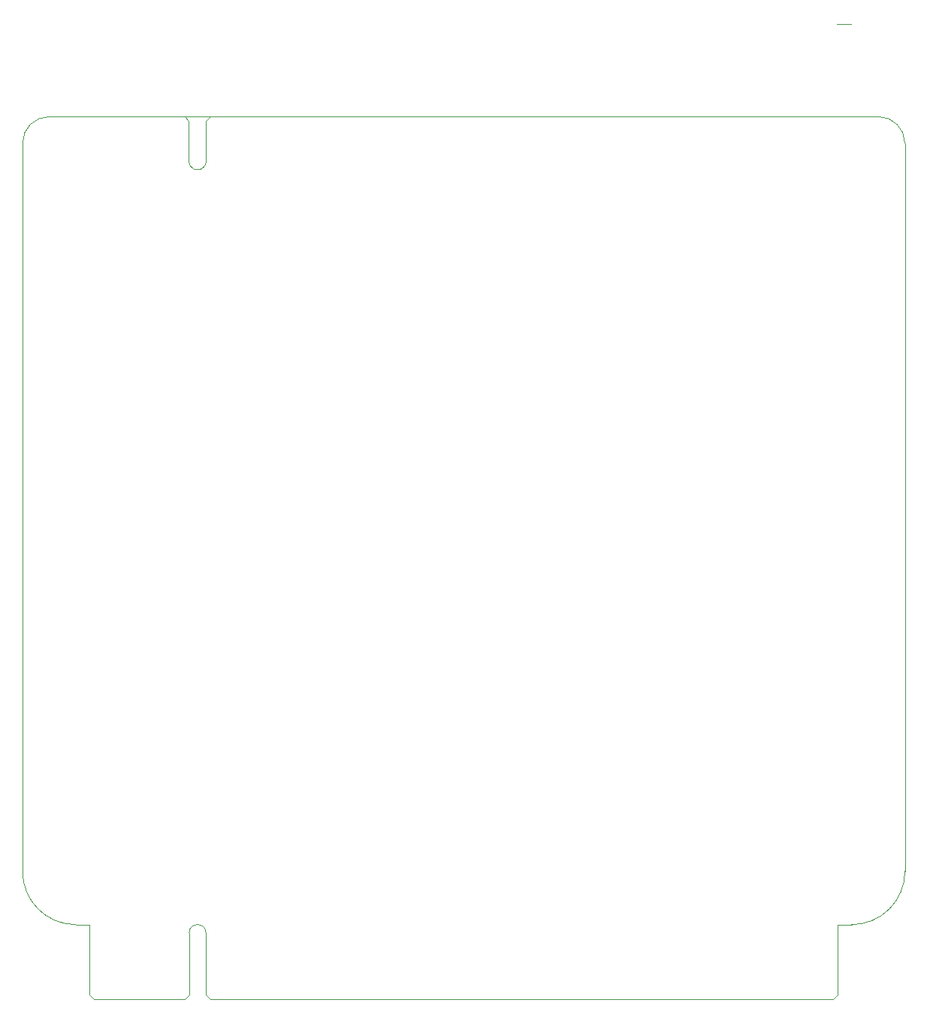
<source format=gbr>
%TF.GenerationSoftware,KiCad,Pcbnew,8.0.5*%
%TF.CreationDate,2024-10-29T15:45:57-04:00*%
%TF.ProjectId,Controller,436f6e74-726f-46c6-9c65-722e6b696361,rev?*%
%TF.SameCoordinates,Original*%
%TF.FileFunction,Profile,NP*%
%FSLAX46Y46*%
G04 Gerber Fmt 4.6, Leading zero omitted, Abs format (unit mm)*
G04 Created by KiCad (PCBNEW 8.0.5) date 2024-10-29 15:45:57*
%MOMM*%
%LPD*%
G01*
G04 APERTURE LIST*
%TA.AperFunction,Profile*%
%ADD10C,0.100000*%
%TD*%
%TA.AperFunction,Profile*%
%ADD11C,0.010000*%
%TD*%
G04 APERTURE END LIST*
D10*
X237949920Y-125317212D02*
G75*
G02*
X231949712Y-131317420I-6000220J12D01*
G01*
X144499714Y-131317420D02*
G75*
G02*
X138499480Y-125317212I-14J6000220D01*
G01*
X146074713Y-131317213D02*
X144499714Y-131317420D01*
X138499506Y-125317212D02*
X138499311Y-43250213D01*
X230292500Y-29860000D02*
X231867499Y-29860220D01*
X234966545Y-40266811D02*
G75*
G02*
X237949889Y-43250213I-45J-2983389D01*
G01*
X230374713Y-131317213D02*
X231949712Y-131317433D01*
X138499311Y-43250213D02*
G75*
G02*
X141482713Y-40266811I2983389J13D01*
G01*
X141482713Y-40266811D02*
X234966545Y-40266811D01*
X237949947Y-43250213D02*
X237949920Y-125317212D01*
%TO.C,J1*%
X146074713Y-131317213D02*
X146074713Y-139217213D01*
X146074713Y-139217213D02*
X146574713Y-139717213D01*
X146574713Y-139717213D02*
X156774713Y-139717213D01*
X157274713Y-132267213D02*
X157274713Y-139217213D01*
X157274713Y-139217213D02*
X156774713Y-139717213D01*
X159174713Y-132267213D02*
X159174713Y-139217213D01*
X159174713Y-139217213D02*
X159674713Y-139717213D01*
X159674713Y-139717213D02*
X229874713Y-139717213D01*
X230374713Y-131317213D02*
X230374713Y-139217213D01*
X230374713Y-139217213D02*
X229874713Y-139717213D01*
X157274713Y-132267213D02*
G75*
G02*
X159174713Y-132267213I950000J0D01*
G01*
D11*
%TO.C,J2*%
X156750000Y-40250000D02*
X159700000Y-40250000D01*
X157250000Y-40750000D02*
X156750000Y-40250000D01*
X157250000Y-45275000D02*
X157250000Y-40750000D01*
X159200000Y-40750000D02*
X159200000Y-45275000D01*
X159700000Y-40250000D02*
X159200000Y-40750000D01*
X158225000Y-46250000D02*
G75*
G02*
X157250000Y-45275000I0J975000D01*
G01*
X159200000Y-45275000D02*
G75*
G02*
X158225000Y-46250000I-975000J0D01*
G01*
%TD*%
M02*

</source>
